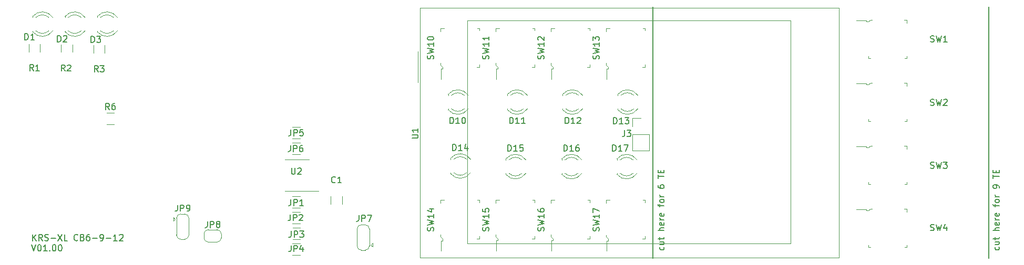
<source format=gbr>
G04 #@! TF.GenerationSoftware,KiCad,Pcbnew,(5.1.4)-1*
G04 #@! TF.CreationDate,2019-12-13T15:15:59+01:00*
G04 #@! TF.ProjectId,KRS-XL_CB6-9-12,4b52532d-584c-45f4-9342-362d392d3132,V01.00*
G04 #@! TF.SameCoordinates,Original*
G04 #@! TF.FileFunction,Legend,Top*
G04 #@! TF.FilePolarity,Positive*
%FSLAX46Y46*%
G04 Gerber Fmt 4.6, Leading zero omitted, Abs format (unit mm)*
G04 Created by KiCad (PCBNEW (5.1.4)-1) date 2019-12-13 15:16:00*
%MOMM*%
%LPD*%
G04 APERTURE LIST*
%ADD10C,0.150000*%
%ADD11C,0.100000*%
%ADD12C,0.120000*%
G04 APERTURE END LIST*
D10*
X153185761Y-88804000D02*
X153233380Y-88899238D01*
X153233380Y-89089714D01*
X153185761Y-89184952D01*
X153138142Y-89232571D01*
X153042904Y-89280190D01*
X152757190Y-89280190D01*
X152661952Y-89232571D01*
X152614333Y-89184952D01*
X152566714Y-89089714D01*
X152566714Y-88899238D01*
X152614333Y-88804000D01*
X152566714Y-87946857D02*
X153233380Y-87946857D01*
X152566714Y-88375428D02*
X153090523Y-88375428D01*
X153185761Y-88327809D01*
X153233380Y-88232571D01*
X153233380Y-88089714D01*
X153185761Y-87994476D01*
X153138142Y-87946857D01*
X152566714Y-87613523D02*
X152566714Y-87232571D01*
X152233380Y-87470666D02*
X153090523Y-87470666D01*
X153185761Y-87423047D01*
X153233380Y-87327809D01*
X153233380Y-87232571D01*
X153233380Y-86137333D02*
X152233380Y-86137333D01*
X153233380Y-85708761D02*
X152709571Y-85708761D01*
X152614333Y-85756380D01*
X152566714Y-85851619D01*
X152566714Y-85994476D01*
X152614333Y-86089714D01*
X152661952Y-86137333D01*
X153185761Y-84851619D02*
X153233380Y-84946857D01*
X153233380Y-85137333D01*
X153185761Y-85232571D01*
X153090523Y-85280190D01*
X152709571Y-85280190D01*
X152614333Y-85232571D01*
X152566714Y-85137333D01*
X152566714Y-84946857D01*
X152614333Y-84851619D01*
X152709571Y-84804000D01*
X152804809Y-84804000D01*
X152900047Y-85280190D01*
X153233380Y-84375428D02*
X152566714Y-84375428D01*
X152757190Y-84375428D02*
X152661952Y-84327809D01*
X152614333Y-84280190D01*
X152566714Y-84184952D01*
X152566714Y-84089714D01*
X153185761Y-83375428D02*
X153233380Y-83470666D01*
X153233380Y-83661142D01*
X153185761Y-83756380D01*
X153090523Y-83804000D01*
X152709571Y-83804000D01*
X152614333Y-83756380D01*
X152566714Y-83661142D01*
X152566714Y-83470666D01*
X152614333Y-83375428D01*
X152709571Y-83327809D01*
X152804809Y-83327809D01*
X152900047Y-83804000D01*
X152566714Y-82280190D02*
X152566714Y-81899238D01*
X153233380Y-82137333D02*
X152376238Y-82137333D01*
X152281000Y-82089714D01*
X152233380Y-81994476D01*
X152233380Y-81899238D01*
X153233380Y-81423047D02*
X153185761Y-81518285D01*
X153138142Y-81565904D01*
X153042904Y-81613523D01*
X152757190Y-81613523D01*
X152661952Y-81565904D01*
X152614333Y-81518285D01*
X152566714Y-81423047D01*
X152566714Y-81280190D01*
X152614333Y-81184952D01*
X152661952Y-81137333D01*
X152757190Y-81089714D01*
X153042904Y-81089714D01*
X153138142Y-81137333D01*
X153185761Y-81184952D01*
X153233380Y-81280190D01*
X153233380Y-81423047D01*
X153233380Y-80661142D02*
X152566714Y-80661142D01*
X152757190Y-80661142D02*
X152661952Y-80613523D01*
X152614333Y-80565904D01*
X152566714Y-80470666D01*
X152566714Y-80375428D01*
X152233380Y-78851619D02*
X152233380Y-79042095D01*
X152281000Y-79137333D01*
X152328619Y-79184952D01*
X152471476Y-79280190D01*
X152661952Y-79327809D01*
X153042904Y-79327809D01*
X153138142Y-79280190D01*
X153185761Y-79232571D01*
X153233380Y-79137333D01*
X153233380Y-78946857D01*
X153185761Y-78851619D01*
X153138142Y-78804000D01*
X153042904Y-78756380D01*
X152804809Y-78756380D01*
X152709571Y-78804000D01*
X152661952Y-78851619D01*
X152614333Y-78946857D01*
X152614333Y-79137333D01*
X152661952Y-79232571D01*
X152709571Y-79280190D01*
X152804809Y-79327809D01*
X152233380Y-77708761D02*
X152233380Y-77137333D01*
X153233380Y-77423047D02*
X152233380Y-77423047D01*
X152709571Y-76804000D02*
X152709571Y-76470666D01*
X153233380Y-76327809D02*
X153233380Y-76804000D01*
X152233380Y-76804000D01*
X152233380Y-76327809D01*
X207160761Y-88804000D02*
X207208380Y-88899238D01*
X207208380Y-89089714D01*
X207160761Y-89184952D01*
X207113142Y-89232571D01*
X207017904Y-89280190D01*
X206732190Y-89280190D01*
X206636952Y-89232571D01*
X206589333Y-89184952D01*
X206541714Y-89089714D01*
X206541714Y-88899238D01*
X206589333Y-88804000D01*
X206541714Y-87946857D02*
X207208380Y-87946857D01*
X206541714Y-88375428D02*
X207065523Y-88375428D01*
X207160761Y-88327809D01*
X207208380Y-88232571D01*
X207208380Y-88089714D01*
X207160761Y-87994476D01*
X207113142Y-87946857D01*
X206541714Y-87613523D02*
X206541714Y-87232571D01*
X206208380Y-87470666D02*
X207065523Y-87470666D01*
X207160761Y-87423047D01*
X207208380Y-87327809D01*
X207208380Y-87232571D01*
X207208380Y-86137333D02*
X206208380Y-86137333D01*
X207208380Y-85708761D02*
X206684571Y-85708761D01*
X206589333Y-85756380D01*
X206541714Y-85851619D01*
X206541714Y-85994476D01*
X206589333Y-86089714D01*
X206636952Y-86137333D01*
X207160761Y-84851619D02*
X207208380Y-84946857D01*
X207208380Y-85137333D01*
X207160761Y-85232571D01*
X207065523Y-85280190D01*
X206684571Y-85280190D01*
X206589333Y-85232571D01*
X206541714Y-85137333D01*
X206541714Y-84946857D01*
X206589333Y-84851619D01*
X206684571Y-84804000D01*
X206779809Y-84804000D01*
X206875047Y-85280190D01*
X207208380Y-84375428D02*
X206541714Y-84375428D01*
X206732190Y-84375428D02*
X206636952Y-84327809D01*
X206589333Y-84280190D01*
X206541714Y-84184952D01*
X206541714Y-84089714D01*
X207160761Y-83375428D02*
X207208380Y-83470666D01*
X207208380Y-83661142D01*
X207160761Y-83756380D01*
X207065523Y-83804000D01*
X206684571Y-83804000D01*
X206589333Y-83756380D01*
X206541714Y-83661142D01*
X206541714Y-83470666D01*
X206589333Y-83375428D01*
X206684571Y-83327809D01*
X206779809Y-83327809D01*
X206875047Y-83804000D01*
X206541714Y-82280190D02*
X206541714Y-81899238D01*
X207208380Y-82137333D02*
X206351238Y-82137333D01*
X206256000Y-82089714D01*
X206208380Y-81994476D01*
X206208380Y-81899238D01*
X207208380Y-81423047D02*
X207160761Y-81518285D01*
X207113142Y-81565904D01*
X207017904Y-81613523D01*
X206732190Y-81613523D01*
X206636952Y-81565904D01*
X206589333Y-81518285D01*
X206541714Y-81423047D01*
X206541714Y-81280190D01*
X206589333Y-81184952D01*
X206636952Y-81137333D01*
X206732190Y-81089714D01*
X207017904Y-81089714D01*
X207113142Y-81137333D01*
X207160761Y-81184952D01*
X207208380Y-81280190D01*
X207208380Y-81423047D01*
X207208380Y-80661142D02*
X206541714Y-80661142D01*
X206732190Y-80661142D02*
X206636952Y-80613523D01*
X206589333Y-80565904D01*
X206541714Y-80470666D01*
X206541714Y-80375428D01*
X207208380Y-79232571D02*
X207208380Y-79042095D01*
X207160761Y-78946857D01*
X207113142Y-78899238D01*
X206970285Y-78804000D01*
X206779809Y-78756380D01*
X206398857Y-78756380D01*
X206303619Y-78804000D01*
X206256000Y-78851619D01*
X206208380Y-78946857D01*
X206208380Y-79137333D01*
X206256000Y-79232571D01*
X206303619Y-79280190D01*
X206398857Y-79327809D01*
X206636952Y-79327809D01*
X206732190Y-79280190D01*
X206779809Y-79232571D01*
X206827428Y-79137333D01*
X206827428Y-78946857D01*
X206779809Y-78851619D01*
X206732190Y-78804000D01*
X206636952Y-78756380D01*
X206208380Y-77708761D02*
X206208380Y-77137333D01*
X207208380Y-77423047D02*
X206208380Y-77423047D01*
X206684571Y-76804000D02*
X206684571Y-76470666D01*
X207208380Y-76327809D02*
X207208380Y-76804000D01*
X206208380Y-76804000D01*
X206208380Y-76327809D01*
X205500000Y-50000000D02*
X205500000Y-90600000D01*
X51516595Y-87765380D02*
X51516595Y-86765380D01*
X52088023Y-87765380D02*
X51659452Y-87193952D01*
X52088023Y-86765380D02*
X51516595Y-87336809D01*
X53088023Y-87765380D02*
X52754690Y-87289190D01*
X52516595Y-87765380D02*
X52516595Y-86765380D01*
X52897547Y-86765380D01*
X52992785Y-86813000D01*
X53040404Y-86860619D01*
X53088023Y-86955857D01*
X53088023Y-87098714D01*
X53040404Y-87193952D01*
X52992785Y-87241571D01*
X52897547Y-87289190D01*
X52516595Y-87289190D01*
X53468976Y-87717761D02*
X53611833Y-87765380D01*
X53849928Y-87765380D01*
X53945166Y-87717761D01*
X53992785Y-87670142D01*
X54040404Y-87574904D01*
X54040404Y-87479666D01*
X53992785Y-87384428D01*
X53945166Y-87336809D01*
X53849928Y-87289190D01*
X53659452Y-87241571D01*
X53564214Y-87193952D01*
X53516595Y-87146333D01*
X53468976Y-87051095D01*
X53468976Y-86955857D01*
X53516595Y-86860619D01*
X53564214Y-86813000D01*
X53659452Y-86765380D01*
X53897547Y-86765380D01*
X54040404Y-86813000D01*
X54468976Y-87384428D02*
X55230880Y-87384428D01*
X55611833Y-86765380D02*
X56278500Y-87765380D01*
X56278500Y-86765380D02*
X55611833Y-87765380D01*
X57135642Y-87765380D02*
X56659452Y-87765380D01*
X56659452Y-86765380D01*
X58802309Y-87670142D02*
X58754690Y-87717761D01*
X58611833Y-87765380D01*
X58516595Y-87765380D01*
X58373738Y-87717761D01*
X58278500Y-87622523D01*
X58230880Y-87527285D01*
X58183261Y-87336809D01*
X58183261Y-87193952D01*
X58230880Y-87003476D01*
X58278500Y-86908238D01*
X58373738Y-86813000D01*
X58516595Y-86765380D01*
X58611833Y-86765380D01*
X58754690Y-86813000D01*
X58802309Y-86860619D01*
X59564214Y-87241571D02*
X59707071Y-87289190D01*
X59754690Y-87336809D01*
X59802309Y-87432047D01*
X59802309Y-87574904D01*
X59754690Y-87670142D01*
X59707071Y-87717761D01*
X59611833Y-87765380D01*
X59230880Y-87765380D01*
X59230880Y-86765380D01*
X59564214Y-86765380D01*
X59659452Y-86813000D01*
X59707071Y-86860619D01*
X59754690Y-86955857D01*
X59754690Y-87051095D01*
X59707071Y-87146333D01*
X59659452Y-87193952D01*
X59564214Y-87241571D01*
X59230880Y-87241571D01*
X60659452Y-86765380D02*
X60468976Y-86765380D01*
X60373738Y-86813000D01*
X60326119Y-86860619D01*
X60230880Y-87003476D01*
X60183261Y-87193952D01*
X60183261Y-87574904D01*
X60230880Y-87670142D01*
X60278500Y-87717761D01*
X60373738Y-87765380D01*
X60564214Y-87765380D01*
X60659452Y-87717761D01*
X60707071Y-87670142D01*
X60754690Y-87574904D01*
X60754690Y-87336809D01*
X60707071Y-87241571D01*
X60659452Y-87193952D01*
X60564214Y-87146333D01*
X60373738Y-87146333D01*
X60278500Y-87193952D01*
X60230880Y-87241571D01*
X60183261Y-87336809D01*
X61183261Y-87384428D02*
X61945166Y-87384428D01*
X62468976Y-87765380D02*
X62659452Y-87765380D01*
X62754690Y-87717761D01*
X62802309Y-87670142D01*
X62897547Y-87527285D01*
X62945166Y-87336809D01*
X62945166Y-86955857D01*
X62897547Y-86860619D01*
X62849928Y-86813000D01*
X62754690Y-86765380D01*
X62564214Y-86765380D01*
X62468976Y-86813000D01*
X62421357Y-86860619D01*
X62373738Y-86955857D01*
X62373738Y-87193952D01*
X62421357Y-87289190D01*
X62468976Y-87336809D01*
X62564214Y-87384428D01*
X62754690Y-87384428D01*
X62849928Y-87336809D01*
X62897547Y-87289190D01*
X62945166Y-87193952D01*
X63373738Y-87384428D02*
X64135642Y-87384428D01*
X65135642Y-87765380D02*
X64564214Y-87765380D01*
X64849928Y-87765380D02*
X64849928Y-86765380D01*
X64754690Y-86908238D01*
X64659452Y-87003476D01*
X64564214Y-87051095D01*
X65516595Y-86860619D02*
X65564214Y-86813000D01*
X65659452Y-86765380D01*
X65897547Y-86765380D01*
X65992785Y-86813000D01*
X66040404Y-86860619D01*
X66088023Y-86955857D01*
X66088023Y-87051095D01*
X66040404Y-87193952D01*
X65468976Y-87765380D01*
X66088023Y-87765380D01*
X51373738Y-88415380D02*
X51707071Y-89415380D01*
X52040404Y-88415380D01*
X52564214Y-88415380D02*
X52659452Y-88415380D01*
X52754690Y-88463000D01*
X52802309Y-88510619D01*
X52849928Y-88605857D01*
X52897547Y-88796333D01*
X52897547Y-89034428D01*
X52849928Y-89224904D01*
X52802309Y-89320142D01*
X52754690Y-89367761D01*
X52659452Y-89415380D01*
X52564214Y-89415380D01*
X52468976Y-89367761D01*
X52421357Y-89320142D01*
X52373738Y-89224904D01*
X52326119Y-89034428D01*
X52326119Y-88796333D01*
X52373738Y-88605857D01*
X52421357Y-88510619D01*
X52468976Y-88463000D01*
X52564214Y-88415380D01*
X53849928Y-89415380D02*
X53278500Y-89415380D01*
X53564214Y-89415380D02*
X53564214Y-88415380D01*
X53468976Y-88558238D01*
X53373738Y-88653476D01*
X53278500Y-88701095D01*
X54278500Y-89320142D02*
X54326119Y-89367761D01*
X54278500Y-89415380D01*
X54230880Y-89367761D01*
X54278500Y-89320142D01*
X54278500Y-89415380D01*
X54945166Y-88415380D02*
X55040404Y-88415380D01*
X55135642Y-88463000D01*
X55183261Y-88510619D01*
X55230880Y-88605857D01*
X55278500Y-88796333D01*
X55278500Y-89034428D01*
X55230880Y-89224904D01*
X55183261Y-89320142D01*
X55135642Y-89367761D01*
X55040404Y-89415380D01*
X54945166Y-89415380D01*
X54849928Y-89367761D01*
X54802309Y-89320142D01*
X54754690Y-89224904D01*
X54707071Y-89034428D01*
X54707071Y-88796333D01*
X54754690Y-88605857D01*
X54802309Y-88510619D01*
X54849928Y-88463000D01*
X54945166Y-88415380D01*
X55897547Y-88415380D02*
X55992785Y-88415380D01*
X56088023Y-88463000D01*
X56135642Y-88510619D01*
X56183261Y-88605857D01*
X56230880Y-88796333D01*
X56230880Y-89034428D01*
X56183261Y-89224904D01*
X56135642Y-89320142D01*
X56088023Y-89367761D01*
X55992785Y-89415380D01*
X55897547Y-89415380D01*
X55802309Y-89367761D01*
X55754690Y-89320142D01*
X55707071Y-89224904D01*
X55659452Y-89034428D01*
X55659452Y-88796333D01*
X55707071Y-88605857D01*
X55754690Y-88510619D01*
X55802309Y-88463000D01*
X55897547Y-88415380D01*
X151400000Y-50000000D02*
X151400000Y-90600000D01*
D11*
X192355000Y-78690000D02*
X191980000Y-78690000D01*
X192355000Y-78315000D02*
X192355000Y-78690000D01*
X186105000Y-78690000D02*
X186105000Y-78290000D01*
X186505000Y-78690000D02*
X186105000Y-78690000D01*
X192355000Y-72440000D02*
X191855000Y-72440000D01*
X192355000Y-72990000D02*
X192355000Y-72440000D01*
X185805000Y-72540000D02*
X184155000Y-72540000D01*
X185805000Y-72765000D02*
X185805000Y-72540000D01*
X186105000Y-72765000D02*
X185805000Y-72765000D01*
X186455000Y-72440000D02*
X186105000Y-72765000D01*
X186455000Y-72440000D02*
X186755000Y-72440000D01*
D12*
X79818000Y-85995000D02*
X81218000Y-85995000D01*
X81918000Y-86695000D02*
X81918000Y-87295000D01*
X81218000Y-87995000D02*
X79818000Y-87995000D01*
X79118000Y-87295000D02*
X79118000Y-86695000D01*
X79118000Y-86695000D02*
G75*
G02X79818000Y-85995000I700000J0D01*
G01*
X79818000Y-87995000D02*
G75*
G02X79118000Y-87295000I0J700000D01*
G01*
X81918000Y-87295000D02*
G75*
G02X81218000Y-87995000I-700000J0D01*
G01*
X81218000Y-85995000D02*
G75*
G02X81918000Y-86695000I0J-700000D01*
G01*
X75992000Y-83451000D02*
G75*
G02X76692000Y-84151000I0J-700000D01*
G01*
X74692000Y-84151000D02*
G75*
G02X75392000Y-83451000I700000J0D01*
G01*
X75392000Y-87551000D02*
G75*
G02X74692000Y-86851000I0J700000D01*
G01*
X76692000Y-86851000D02*
G75*
G02X75992000Y-87551000I-700000J0D01*
G01*
X76692000Y-84101000D02*
X76692000Y-86901000D01*
X75992000Y-87551000D02*
X75392000Y-87551000D01*
X74692000Y-86901000D02*
X74692000Y-84101000D01*
X75392000Y-83451000D02*
X75992000Y-83451000D01*
X74492000Y-84301000D02*
X74192000Y-84001000D01*
X74192000Y-84001000D02*
X74192000Y-84601000D01*
X74492000Y-84301000D02*
X74192000Y-84601000D01*
X104475000Y-89299000D02*
G75*
G02X103775000Y-88599000I0J700000D01*
G01*
X105775000Y-88599000D02*
G75*
G02X105075000Y-89299000I-700000J0D01*
G01*
X105075000Y-85199000D02*
G75*
G02X105775000Y-85899000I0J-700000D01*
G01*
X103775000Y-85899000D02*
G75*
G02X104475000Y-85199000I700000J0D01*
G01*
X103775000Y-88649000D02*
X103775000Y-85849000D01*
X104475000Y-85199000D02*
X105075000Y-85199000D01*
X105775000Y-85849000D02*
X105775000Y-88649000D01*
X105075000Y-89299000D02*
X104475000Y-89299000D01*
X105975000Y-88449000D02*
X106275000Y-88749000D01*
X106275000Y-88749000D02*
X106275000Y-88149000D01*
X105975000Y-88449000D02*
X106275000Y-88149000D01*
X113950000Y-90528000D02*
X113950000Y-50188000D01*
X181390000Y-90528000D02*
X113950000Y-90528000D01*
X181390000Y-50188000D02*
X181390000Y-90528000D01*
X113950000Y-50188000D02*
X181390000Y-50188000D01*
X113570000Y-57198000D02*
X113570000Y-62198000D01*
X121570000Y-88198000D02*
X121570000Y-52198000D01*
X173570000Y-88198000D02*
X121570000Y-88198000D01*
X173570000Y-52198000D02*
X173570000Y-88198000D01*
X121570000Y-52198000D02*
X173570000Y-52198000D01*
D11*
X150155000Y-81228400D02*
X150155000Y-81603400D01*
X149780000Y-81228400D02*
X150155000Y-81228400D01*
X150155000Y-87478400D02*
X149755000Y-87478400D01*
X150155000Y-87078400D02*
X150155000Y-87478400D01*
X143905000Y-81228400D02*
X143905000Y-81728400D01*
X144455000Y-81228400D02*
X143905000Y-81228400D01*
X144005000Y-87778400D02*
X144005000Y-89428400D01*
X144230000Y-87778400D02*
X144005000Y-87778400D01*
X144230000Y-87478400D02*
X144230000Y-87778400D01*
X143905000Y-87128400D02*
X144230000Y-87478400D01*
X143905000Y-87128400D02*
X143905000Y-86828400D01*
X123485000Y-81225000D02*
X123485000Y-81600000D01*
X123110000Y-81225000D02*
X123485000Y-81225000D01*
X123485000Y-87475000D02*
X123085000Y-87475000D01*
X123485000Y-87075000D02*
X123485000Y-87475000D01*
X117235000Y-81225000D02*
X117235000Y-81725000D01*
X117785000Y-81225000D02*
X117235000Y-81225000D01*
X117335000Y-87775000D02*
X117335000Y-89425000D01*
X117560000Y-87775000D02*
X117335000Y-87775000D01*
X117560000Y-87475000D02*
X117560000Y-87775000D01*
X117235000Y-87125000D02*
X117560000Y-87475000D01*
X117235000Y-87125000D02*
X117235000Y-86825000D01*
X150155000Y-53495000D02*
X150155000Y-53870000D01*
X149780000Y-53495000D02*
X150155000Y-53495000D01*
X150155000Y-59745000D02*
X149755000Y-59745000D01*
X150155000Y-59345000D02*
X150155000Y-59745000D01*
X143905000Y-53495000D02*
X143905000Y-53995000D01*
X144455000Y-53495000D02*
X143905000Y-53495000D01*
X144005000Y-60045000D02*
X144005000Y-61695000D01*
X144230000Y-60045000D02*
X144005000Y-60045000D01*
X144230000Y-59745000D02*
X144230000Y-60045000D01*
X143905000Y-59395000D02*
X144230000Y-59745000D01*
X143905000Y-59395000D02*
X143905000Y-59095000D01*
X141265000Y-53495000D02*
X141265000Y-53870000D01*
X140890000Y-53495000D02*
X141265000Y-53495000D01*
X141265000Y-59745000D02*
X140865000Y-59745000D01*
X141265000Y-59345000D02*
X141265000Y-59745000D01*
X135015000Y-53495000D02*
X135015000Y-53995000D01*
X135565000Y-53495000D02*
X135015000Y-53495000D01*
X135115000Y-60045000D02*
X135115000Y-61695000D01*
X135340000Y-60045000D02*
X135115000Y-60045000D01*
X135340000Y-59745000D02*
X135340000Y-60045000D01*
X135015000Y-59395000D02*
X135340000Y-59745000D01*
X135015000Y-59395000D02*
X135015000Y-59095000D01*
X132375000Y-53495000D02*
X132375000Y-53870000D01*
X132000000Y-53495000D02*
X132375000Y-53495000D01*
X132375000Y-59745000D02*
X131975000Y-59745000D01*
X132375000Y-59345000D02*
X132375000Y-59745000D01*
X126125000Y-53495000D02*
X126125000Y-53995000D01*
X126675000Y-53495000D02*
X126125000Y-53495000D01*
X126225000Y-60045000D02*
X126225000Y-61695000D01*
X126450000Y-60045000D02*
X126225000Y-60045000D01*
X126450000Y-59745000D02*
X126450000Y-60045000D01*
X126125000Y-59395000D02*
X126450000Y-59745000D01*
X126125000Y-59395000D02*
X126125000Y-59095000D01*
X123485000Y-53495000D02*
X123485000Y-53870000D01*
X123110000Y-53495000D02*
X123485000Y-53495000D01*
X123485000Y-59745000D02*
X123085000Y-59745000D01*
X123485000Y-59345000D02*
X123485000Y-59745000D01*
X117235000Y-53495000D02*
X117235000Y-53995000D01*
X117785000Y-53495000D02*
X117235000Y-53495000D01*
X117335000Y-60045000D02*
X117335000Y-61695000D01*
X117560000Y-60045000D02*
X117335000Y-60045000D01*
X117560000Y-59745000D02*
X117560000Y-60045000D01*
X117235000Y-59395000D02*
X117560000Y-59745000D01*
X117235000Y-59395000D02*
X117235000Y-59095000D01*
D12*
X139344130Y-76898837D02*
G75*
G02X137262039Y-76899000I-1041130J1079837D01*
G01*
X139344130Y-74739163D02*
G75*
G03X137262039Y-74739000I-1041130J-1079837D01*
G01*
X139975335Y-76897608D02*
G75*
G02X136743000Y-77054516I-1672335J1078608D01*
G01*
X139975335Y-74740392D02*
G75*
G03X136743000Y-74583484I-1672335J-1078608D01*
G01*
X136743000Y-76899000D02*
X136743000Y-77055000D01*
X136743000Y-74583000D02*
X136743000Y-74739000D01*
X121437130Y-76797237D02*
G75*
G02X119355039Y-76797400I-1041130J1079837D01*
G01*
X121437130Y-74637563D02*
G75*
G03X119355039Y-74637400I-1041130J-1079837D01*
G01*
X122068335Y-76796008D02*
G75*
G02X118836000Y-76952916I-1672335J1078608D01*
G01*
X122068335Y-74638792D02*
G75*
G03X118836000Y-74481884I-1672335J-1078608D01*
G01*
X118836000Y-76797400D02*
X118836000Y-76953400D01*
X118836000Y-74481400D02*
X118836000Y-74637400D01*
X148361130Y-66484837D02*
G75*
G02X146279039Y-66485000I-1041130J1079837D01*
G01*
X148361130Y-64325163D02*
G75*
G03X146279039Y-64325000I-1041130J-1079837D01*
G01*
X148992335Y-66483608D02*
G75*
G02X145760000Y-66640516I-1672335J1078608D01*
G01*
X148992335Y-64326392D02*
G75*
G03X145760000Y-64169484I-1672335J-1078608D01*
G01*
X145760000Y-66485000D02*
X145760000Y-66641000D01*
X145760000Y-64169000D02*
X145760000Y-64325000D01*
X139471130Y-66484837D02*
G75*
G02X137389039Y-66485000I-1041130J1079837D01*
G01*
X139471130Y-64325163D02*
G75*
G03X137389039Y-64325000I-1041130J-1079837D01*
G01*
X140102335Y-66483608D02*
G75*
G02X136870000Y-66640516I-1672335J1078608D01*
G01*
X140102335Y-64326392D02*
G75*
G03X136870000Y-64169484I-1672335J-1078608D01*
G01*
X136870000Y-66485000D02*
X136870000Y-66641000D01*
X136870000Y-64169000D02*
X136870000Y-64325000D01*
X130581130Y-66484837D02*
G75*
G02X128499039Y-66485000I-1041130J1079837D01*
G01*
X130581130Y-64325163D02*
G75*
G03X128499039Y-64325000I-1041130J-1079837D01*
G01*
X131212335Y-66483608D02*
G75*
G02X127980000Y-66640516I-1672335J1078608D01*
G01*
X131212335Y-64326392D02*
G75*
G03X127980000Y-64169484I-1672335J-1078608D01*
G01*
X127980000Y-66485000D02*
X127980000Y-66641000D01*
X127980000Y-64169000D02*
X127980000Y-64325000D01*
X121056130Y-66484837D02*
G75*
G02X118974039Y-66485000I-1041130J1079837D01*
G01*
X121056130Y-64325163D02*
G75*
G03X118974039Y-64325000I-1041130J-1079837D01*
G01*
X121687335Y-66483608D02*
G75*
G02X118455000Y-66640516I-1672335J1078608D01*
G01*
X121687335Y-64326392D02*
G75*
G03X118455000Y-64169484I-1672335J-1078608D01*
G01*
X118455000Y-66485000D02*
X118455000Y-66641000D01*
X118455000Y-64169000D02*
X118455000Y-64325000D01*
X101367000Y-81845564D02*
X101367000Y-80641436D01*
X99547000Y-81845564D02*
X99547000Y-80641436D01*
D11*
X141265000Y-81206400D02*
X141265000Y-81581400D01*
X140890000Y-81206400D02*
X141265000Y-81206400D01*
X141265000Y-87456400D02*
X140865000Y-87456400D01*
X141265000Y-87056400D02*
X141265000Y-87456400D01*
X135015000Y-81206400D02*
X135015000Y-81706400D01*
X135565000Y-81206400D02*
X135015000Y-81206400D01*
X135115000Y-87756400D02*
X135115000Y-89406400D01*
X135340000Y-87756400D02*
X135115000Y-87756400D01*
X135340000Y-87456400D02*
X135340000Y-87756400D01*
X135015000Y-87106400D02*
X135340000Y-87456400D01*
X135015000Y-87106400D02*
X135015000Y-86806400D01*
X132375000Y-81206400D02*
X132375000Y-81581400D01*
X132000000Y-81206400D02*
X132375000Y-81206400D01*
X132375000Y-87456400D02*
X131975000Y-87456400D01*
X132375000Y-87056400D02*
X132375000Y-87456400D01*
X126125000Y-81206400D02*
X126125000Y-81706400D01*
X126675000Y-81206400D02*
X126125000Y-81206400D01*
X126225000Y-87756400D02*
X126225000Y-89406400D01*
X126450000Y-87756400D02*
X126225000Y-87756400D01*
X126450000Y-87456400D02*
X126450000Y-87756400D01*
X126125000Y-87106400D02*
X126450000Y-87456400D01*
X126125000Y-87106400D02*
X126125000Y-86806400D01*
D12*
X148234130Y-76898837D02*
G75*
G02X146152039Y-76899000I-1041130J1079837D01*
G01*
X148234130Y-74739163D02*
G75*
G03X146152039Y-74739000I-1041130J-1079837D01*
G01*
X148865335Y-76897608D02*
G75*
G02X145633000Y-77054516I-1672335J1078608D01*
G01*
X148865335Y-74740392D02*
G75*
G03X145633000Y-74583484I-1672335J-1078608D01*
G01*
X145633000Y-76899000D02*
X145633000Y-77055000D01*
X145633000Y-74583000D02*
X145633000Y-74739000D01*
X130327130Y-76898837D02*
G75*
G02X128245039Y-76899000I-1041130J1079837D01*
G01*
X130327130Y-74739163D02*
G75*
G03X128245039Y-74739000I-1041130J-1079837D01*
G01*
X130958335Y-76897608D02*
G75*
G02X127726000Y-77054516I-1672335J1078608D01*
G01*
X130958335Y-74740392D02*
G75*
G03X127726000Y-74583484I-1672335J-1078608D01*
G01*
X127726000Y-76899000D02*
X127726000Y-77055000D01*
X127726000Y-74583000D02*
X127726000Y-74739000D01*
X54127130Y-53911837D02*
G75*
G02X52045039Y-53912000I-1041130J1079837D01*
G01*
X54127130Y-51752163D02*
G75*
G03X52045039Y-51752000I-1041130J-1079837D01*
G01*
X54758335Y-53910608D02*
G75*
G02X51526000Y-54067516I-1672335J1078608D01*
G01*
X54758335Y-51753392D02*
G75*
G03X51526000Y-51596484I-1672335J-1078608D01*
G01*
X51526000Y-53912000D02*
X51526000Y-54068000D01*
X51526000Y-51596000D02*
X51526000Y-51752000D01*
X59334130Y-53911837D02*
G75*
G02X57252039Y-53912000I-1041130J1079837D01*
G01*
X59334130Y-51752163D02*
G75*
G03X57252039Y-51752000I-1041130J-1079837D01*
G01*
X59965335Y-53910608D02*
G75*
G02X56733000Y-54067516I-1672335J1078608D01*
G01*
X59965335Y-51753392D02*
G75*
G03X56733000Y-51596484I-1672335J-1078608D01*
G01*
X56733000Y-53912000D02*
X56733000Y-54068000D01*
X56733000Y-51596000D02*
X56733000Y-51752000D01*
X64541130Y-53911837D02*
G75*
G02X62459039Y-53912000I-1041130J1079837D01*
G01*
X64541130Y-51752163D02*
G75*
G03X62459039Y-51752000I-1041130J-1079837D01*
G01*
X65172335Y-53910608D02*
G75*
G02X61940000Y-54067516I-1672335J1078608D01*
G01*
X65172335Y-51753392D02*
G75*
G03X61940000Y-51596484I-1672335J-1078608D01*
G01*
X61940000Y-53912000D02*
X61940000Y-54068000D01*
X61940000Y-51596000D02*
X61940000Y-51752000D01*
D11*
X192355000Y-88850000D02*
X191980000Y-88850000D01*
X192355000Y-88475000D02*
X192355000Y-88850000D01*
X186105000Y-88850000D02*
X186105000Y-88450000D01*
X186505000Y-88850000D02*
X186105000Y-88850000D01*
X192355000Y-82600000D02*
X191855000Y-82600000D01*
X192355000Y-83150000D02*
X192355000Y-82600000D01*
X185805000Y-82700000D02*
X184155000Y-82700000D01*
X185805000Y-82925000D02*
X185805000Y-82700000D01*
X186105000Y-82925000D02*
X185805000Y-82925000D01*
X186455000Y-82600000D02*
X186105000Y-82925000D01*
X186455000Y-82600000D02*
X186755000Y-82600000D01*
X192355000Y-68530000D02*
X191980000Y-68530000D01*
X192355000Y-68155000D02*
X192355000Y-68530000D01*
X186105000Y-68530000D02*
X186105000Y-68130000D01*
X186505000Y-68530000D02*
X186105000Y-68530000D01*
X192355000Y-62280000D02*
X191855000Y-62280000D01*
X192355000Y-62830000D02*
X192355000Y-62280000D01*
X185805000Y-62380000D02*
X184155000Y-62380000D01*
X185805000Y-62605000D02*
X185805000Y-62380000D01*
X186105000Y-62605000D02*
X185805000Y-62605000D01*
X186455000Y-62280000D02*
X186105000Y-62605000D01*
X186455000Y-62280000D02*
X186755000Y-62280000D01*
X192355000Y-58370000D02*
X191980000Y-58370000D01*
X192355000Y-57995000D02*
X192355000Y-58370000D01*
X186105000Y-58370000D02*
X186105000Y-57970000D01*
X186505000Y-58370000D02*
X186105000Y-58370000D01*
X192355000Y-52120000D02*
X191855000Y-52120000D01*
X192355000Y-52670000D02*
X192355000Y-52120000D01*
X185805000Y-52220000D02*
X184155000Y-52220000D01*
X185805000Y-52445000D02*
X185805000Y-52220000D01*
X186105000Y-52445000D02*
X185805000Y-52445000D01*
X186455000Y-52120000D02*
X186105000Y-52445000D01*
X186455000Y-52120000D02*
X186755000Y-52120000D01*
D12*
X50906000Y-56076436D02*
X50906000Y-57280564D01*
X52726000Y-56076436D02*
X52726000Y-57280564D01*
X56113000Y-56130436D02*
X56113000Y-57334564D01*
X57933000Y-56130436D02*
X57933000Y-57334564D01*
X61320000Y-56257436D02*
X61320000Y-57461564D01*
X63140000Y-56257436D02*
X63140000Y-57461564D01*
X94100900Y-79776000D02*
X97550900Y-79776000D01*
X94100900Y-79776000D02*
X92150900Y-79776000D01*
X94100900Y-74656000D02*
X96050900Y-74656000D01*
X94100900Y-74656000D02*
X92150900Y-74656000D01*
X148149000Y-73212000D02*
X150809000Y-73212000D01*
X148149000Y-70612000D02*
X148149000Y-73212000D01*
X150809000Y-70612000D02*
X150809000Y-73212000D01*
X148149000Y-70612000D02*
X150809000Y-70612000D01*
X148149000Y-69342000D02*
X148149000Y-68012000D01*
X148149000Y-68012000D02*
X149479000Y-68012000D01*
X94582064Y-82444000D02*
X93377936Y-82444000D01*
X94582064Y-80624000D02*
X93377936Y-80624000D01*
X94582064Y-83164000D02*
X93377936Y-83164000D01*
X94582064Y-84984000D02*
X93377936Y-84984000D01*
X94610464Y-87524000D02*
X93406336Y-87524000D01*
X94610464Y-85704000D02*
X93406336Y-85704000D01*
X94590164Y-88244000D02*
X93386036Y-88244000D01*
X94590164Y-90064000D02*
X93386036Y-90064000D01*
X94582064Y-71268000D02*
X93377936Y-71268000D01*
X94582064Y-69448000D02*
X93377936Y-69448000D01*
X94582064Y-71988000D02*
X93377936Y-71988000D01*
X94582064Y-73808000D02*
X93377936Y-73808000D01*
X64646564Y-68982000D02*
X63442436Y-68982000D01*
X64646564Y-67162000D02*
X63442436Y-67162000D01*
D10*
X196151666Y-76046761D02*
X196294523Y-76094380D01*
X196532619Y-76094380D01*
X196627857Y-76046761D01*
X196675476Y-75999142D01*
X196723095Y-75903904D01*
X196723095Y-75808666D01*
X196675476Y-75713428D01*
X196627857Y-75665809D01*
X196532619Y-75618190D01*
X196342142Y-75570571D01*
X196246904Y-75522952D01*
X196199285Y-75475333D01*
X196151666Y-75380095D01*
X196151666Y-75284857D01*
X196199285Y-75189619D01*
X196246904Y-75142000D01*
X196342142Y-75094380D01*
X196580238Y-75094380D01*
X196723095Y-75142000D01*
X197056428Y-75094380D02*
X197294523Y-76094380D01*
X197485000Y-75380095D01*
X197675476Y-76094380D01*
X197913571Y-75094380D01*
X198199285Y-75094380D02*
X198818333Y-75094380D01*
X198485000Y-75475333D01*
X198627857Y-75475333D01*
X198723095Y-75522952D01*
X198770714Y-75570571D01*
X198818333Y-75665809D01*
X198818333Y-75903904D01*
X198770714Y-75999142D01*
X198723095Y-76046761D01*
X198627857Y-76094380D01*
X198342142Y-76094380D01*
X198246904Y-76046761D01*
X198199285Y-75999142D01*
X79684666Y-84647380D02*
X79684666Y-85361666D01*
X79637047Y-85504523D01*
X79541809Y-85599761D01*
X79398952Y-85647380D01*
X79303714Y-85647380D01*
X80160857Y-85647380D02*
X80160857Y-84647380D01*
X80541809Y-84647380D01*
X80637047Y-84695000D01*
X80684666Y-84742619D01*
X80732285Y-84837857D01*
X80732285Y-84980714D01*
X80684666Y-85075952D01*
X80637047Y-85123571D01*
X80541809Y-85171190D01*
X80160857Y-85171190D01*
X81303714Y-85075952D02*
X81208476Y-85028333D01*
X81160857Y-84980714D01*
X81113238Y-84885476D01*
X81113238Y-84837857D01*
X81160857Y-84742619D01*
X81208476Y-84695000D01*
X81303714Y-84647380D01*
X81494190Y-84647380D01*
X81589428Y-84695000D01*
X81637047Y-84742619D01*
X81684666Y-84837857D01*
X81684666Y-84885476D01*
X81637047Y-84980714D01*
X81589428Y-85028333D01*
X81494190Y-85075952D01*
X81303714Y-85075952D01*
X81208476Y-85123571D01*
X81160857Y-85171190D01*
X81113238Y-85266428D01*
X81113238Y-85456904D01*
X81160857Y-85552142D01*
X81208476Y-85599761D01*
X81303714Y-85647380D01*
X81494190Y-85647380D01*
X81589428Y-85599761D01*
X81637047Y-85552142D01*
X81684666Y-85456904D01*
X81684666Y-85266428D01*
X81637047Y-85171190D01*
X81589428Y-85123571D01*
X81494190Y-85075952D01*
X74858666Y-82002380D02*
X74858666Y-82716666D01*
X74811047Y-82859523D01*
X74715809Y-82954761D01*
X74572952Y-83002380D01*
X74477714Y-83002380D01*
X75334857Y-83002380D02*
X75334857Y-82002380D01*
X75715809Y-82002380D01*
X75811047Y-82050000D01*
X75858666Y-82097619D01*
X75906285Y-82192857D01*
X75906285Y-82335714D01*
X75858666Y-82430952D01*
X75811047Y-82478571D01*
X75715809Y-82526190D01*
X75334857Y-82526190D01*
X76382476Y-83002380D02*
X76572952Y-83002380D01*
X76668190Y-82954761D01*
X76715809Y-82907142D01*
X76811047Y-82764285D01*
X76858666Y-82573809D01*
X76858666Y-82192857D01*
X76811047Y-82097619D01*
X76763428Y-82050000D01*
X76668190Y-82002380D01*
X76477714Y-82002380D01*
X76382476Y-82050000D01*
X76334857Y-82097619D01*
X76287238Y-82192857D01*
X76287238Y-82430952D01*
X76334857Y-82526190D01*
X76382476Y-82573809D01*
X76477714Y-82621428D01*
X76668190Y-82621428D01*
X76763428Y-82573809D01*
X76811047Y-82526190D01*
X76858666Y-82430952D01*
X104068666Y-83653380D02*
X104068666Y-84367666D01*
X104021047Y-84510523D01*
X103925809Y-84605761D01*
X103782952Y-84653380D01*
X103687714Y-84653380D01*
X104544857Y-84653380D02*
X104544857Y-83653380D01*
X104925809Y-83653380D01*
X105021047Y-83701000D01*
X105068666Y-83748619D01*
X105116285Y-83843857D01*
X105116285Y-83986714D01*
X105068666Y-84081952D01*
X105021047Y-84129571D01*
X104925809Y-84177190D01*
X104544857Y-84177190D01*
X105449619Y-83653380D02*
X106116285Y-83653380D01*
X105687714Y-84653380D01*
X112609380Y-71246904D02*
X113418904Y-71246904D01*
X113514142Y-71199285D01*
X113561761Y-71151666D01*
X113609380Y-71056428D01*
X113609380Y-70865952D01*
X113561761Y-70770714D01*
X113514142Y-70723095D01*
X113418904Y-70675476D01*
X112609380Y-70675476D01*
X113609380Y-69675476D02*
X113609380Y-70246904D01*
X113609380Y-69961190D02*
X112609380Y-69961190D01*
X112752238Y-70056428D01*
X112847476Y-70151666D01*
X112895095Y-70246904D01*
X142744761Y-86192923D02*
X142792380Y-86050066D01*
X142792380Y-85811971D01*
X142744761Y-85716733D01*
X142697142Y-85669114D01*
X142601904Y-85621495D01*
X142506666Y-85621495D01*
X142411428Y-85669114D01*
X142363809Y-85716733D01*
X142316190Y-85811971D01*
X142268571Y-86002447D01*
X142220952Y-86097685D01*
X142173333Y-86145304D01*
X142078095Y-86192923D01*
X141982857Y-86192923D01*
X141887619Y-86145304D01*
X141840000Y-86097685D01*
X141792380Y-86002447D01*
X141792380Y-85764352D01*
X141840000Y-85621495D01*
X141792380Y-85288161D02*
X142792380Y-85050066D01*
X142078095Y-84859590D01*
X142792380Y-84669114D01*
X141792380Y-84431019D01*
X142792380Y-83526257D02*
X142792380Y-84097685D01*
X142792380Y-83811971D02*
X141792380Y-83811971D01*
X141935238Y-83907209D01*
X142030476Y-84002447D01*
X142078095Y-84097685D01*
X141792380Y-83192923D02*
X141792380Y-82526257D01*
X142792380Y-82954828D01*
X116074761Y-86189523D02*
X116122380Y-86046666D01*
X116122380Y-85808571D01*
X116074761Y-85713333D01*
X116027142Y-85665714D01*
X115931904Y-85618095D01*
X115836666Y-85618095D01*
X115741428Y-85665714D01*
X115693809Y-85713333D01*
X115646190Y-85808571D01*
X115598571Y-85999047D01*
X115550952Y-86094285D01*
X115503333Y-86141904D01*
X115408095Y-86189523D01*
X115312857Y-86189523D01*
X115217619Y-86141904D01*
X115170000Y-86094285D01*
X115122380Y-85999047D01*
X115122380Y-85760952D01*
X115170000Y-85618095D01*
X115122380Y-85284761D02*
X116122380Y-85046666D01*
X115408095Y-84856190D01*
X116122380Y-84665714D01*
X115122380Y-84427619D01*
X116122380Y-83522857D02*
X116122380Y-84094285D01*
X116122380Y-83808571D02*
X115122380Y-83808571D01*
X115265238Y-83903809D01*
X115360476Y-83999047D01*
X115408095Y-84094285D01*
X115455714Y-82665714D02*
X116122380Y-82665714D01*
X115074761Y-82903809D02*
X115789047Y-83141904D01*
X115789047Y-82522857D01*
X142744761Y-58459523D02*
X142792380Y-58316666D01*
X142792380Y-58078571D01*
X142744761Y-57983333D01*
X142697142Y-57935714D01*
X142601904Y-57888095D01*
X142506666Y-57888095D01*
X142411428Y-57935714D01*
X142363809Y-57983333D01*
X142316190Y-58078571D01*
X142268571Y-58269047D01*
X142220952Y-58364285D01*
X142173333Y-58411904D01*
X142078095Y-58459523D01*
X141982857Y-58459523D01*
X141887619Y-58411904D01*
X141840000Y-58364285D01*
X141792380Y-58269047D01*
X141792380Y-58030952D01*
X141840000Y-57888095D01*
X141792380Y-57554761D02*
X142792380Y-57316666D01*
X142078095Y-57126190D01*
X142792380Y-56935714D01*
X141792380Y-56697619D01*
X142792380Y-55792857D02*
X142792380Y-56364285D01*
X142792380Y-56078571D02*
X141792380Y-56078571D01*
X141935238Y-56173809D01*
X142030476Y-56269047D01*
X142078095Y-56364285D01*
X141792380Y-55459523D02*
X141792380Y-54840476D01*
X142173333Y-55173809D01*
X142173333Y-55030952D01*
X142220952Y-54935714D01*
X142268571Y-54888095D01*
X142363809Y-54840476D01*
X142601904Y-54840476D01*
X142697142Y-54888095D01*
X142744761Y-54935714D01*
X142792380Y-55030952D01*
X142792380Y-55316666D01*
X142744761Y-55411904D01*
X142697142Y-55459523D01*
X133854761Y-58459523D02*
X133902380Y-58316666D01*
X133902380Y-58078571D01*
X133854761Y-57983333D01*
X133807142Y-57935714D01*
X133711904Y-57888095D01*
X133616666Y-57888095D01*
X133521428Y-57935714D01*
X133473809Y-57983333D01*
X133426190Y-58078571D01*
X133378571Y-58269047D01*
X133330952Y-58364285D01*
X133283333Y-58411904D01*
X133188095Y-58459523D01*
X133092857Y-58459523D01*
X132997619Y-58411904D01*
X132950000Y-58364285D01*
X132902380Y-58269047D01*
X132902380Y-58030952D01*
X132950000Y-57888095D01*
X132902380Y-57554761D02*
X133902380Y-57316666D01*
X133188095Y-57126190D01*
X133902380Y-56935714D01*
X132902380Y-56697619D01*
X133902380Y-55792857D02*
X133902380Y-56364285D01*
X133902380Y-56078571D02*
X132902380Y-56078571D01*
X133045238Y-56173809D01*
X133140476Y-56269047D01*
X133188095Y-56364285D01*
X132997619Y-55411904D02*
X132950000Y-55364285D01*
X132902380Y-55269047D01*
X132902380Y-55030952D01*
X132950000Y-54935714D01*
X132997619Y-54888095D01*
X133092857Y-54840476D01*
X133188095Y-54840476D01*
X133330952Y-54888095D01*
X133902380Y-55459523D01*
X133902380Y-54840476D01*
X124964761Y-58459523D02*
X125012380Y-58316666D01*
X125012380Y-58078571D01*
X124964761Y-57983333D01*
X124917142Y-57935714D01*
X124821904Y-57888095D01*
X124726666Y-57888095D01*
X124631428Y-57935714D01*
X124583809Y-57983333D01*
X124536190Y-58078571D01*
X124488571Y-58269047D01*
X124440952Y-58364285D01*
X124393333Y-58411904D01*
X124298095Y-58459523D01*
X124202857Y-58459523D01*
X124107619Y-58411904D01*
X124060000Y-58364285D01*
X124012380Y-58269047D01*
X124012380Y-58030952D01*
X124060000Y-57888095D01*
X124012380Y-57554761D02*
X125012380Y-57316666D01*
X124298095Y-57126190D01*
X125012380Y-56935714D01*
X124012380Y-56697619D01*
X125012380Y-55792857D02*
X125012380Y-56364285D01*
X125012380Y-56078571D02*
X124012380Y-56078571D01*
X124155238Y-56173809D01*
X124250476Y-56269047D01*
X124298095Y-56364285D01*
X125012380Y-54840476D02*
X125012380Y-55411904D01*
X125012380Y-55126190D02*
X124012380Y-55126190D01*
X124155238Y-55221428D01*
X124250476Y-55316666D01*
X124298095Y-55411904D01*
X116074761Y-58459523D02*
X116122380Y-58316666D01*
X116122380Y-58078571D01*
X116074761Y-57983333D01*
X116027142Y-57935714D01*
X115931904Y-57888095D01*
X115836666Y-57888095D01*
X115741428Y-57935714D01*
X115693809Y-57983333D01*
X115646190Y-58078571D01*
X115598571Y-58269047D01*
X115550952Y-58364285D01*
X115503333Y-58411904D01*
X115408095Y-58459523D01*
X115312857Y-58459523D01*
X115217619Y-58411904D01*
X115170000Y-58364285D01*
X115122380Y-58269047D01*
X115122380Y-58030952D01*
X115170000Y-57888095D01*
X115122380Y-57554761D02*
X116122380Y-57316666D01*
X115408095Y-57126190D01*
X116122380Y-56935714D01*
X115122380Y-56697619D01*
X116122380Y-55792857D02*
X116122380Y-56364285D01*
X116122380Y-56078571D02*
X115122380Y-56078571D01*
X115265238Y-56173809D01*
X115360476Y-56269047D01*
X115408095Y-56364285D01*
X115122380Y-55173809D02*
X115122380Y-55078571D01*
X115170000Y-54983333D01*
X115217619Y-54935714D01*
X115312857Y-54888095D01*
X115503333Y-54840476D01*
X115741428Y-54840476D01*
X115931904Y-54888095D01*
X116027142Y-54935714D01*
X116074761Y-54983333D01*
X116122380Y-55078571D01*
X116122380Y-55173809D01*
X116074761Y-55269047D01*
X116027142Y-55316666D01*
X115931904Y-55364285D01*
X115741428Y-55411904D01*
X115503333Y-55411904D01*
X115312857Y-55364285D01*
X115217619Y-55316666D01*
X115170000Y-55269047D01*
X115122380Y-55173809D01*
X137088714Y-73311380D02*
X137088714Y-72311380D01*
X137326809Y-72311380D01*
X137469666Y-72359000D01*
X137564904Y-72454238D01*
X137612523Y-72549476D01*
X137660142Y-72739952D01*
X137660142Y-72882809D01*
X137612523Y-73073285D01*
X137564904Y-73168523D01*
X137469666Y-73263761D01*
X137326809Y-73311380D01*
X137088714Y-73311380D01*
X138612523Y-73311380D02*
X138041095Y-73311380D01*
X138326809Y-73311380D02*
X138326809Y-72311380D01*
X138231571Y-72454238D01*
X138136333Y-72549476D01*
X138041095Y-72597095D01*
X139469666Y-72311380D02*
X139279190Y-72311380D01*
X139183952Y-72359000D01*
X139136333Y-72406619D01*
X139041095Y-72549476D01*
X138993476Y-72739952D01*
X138993476Y-73120904D01*
X139041095Y-73216142D01*
X139088714Y-73263761D01*
X139183952Y-73311380D01*
X139374428Y-73311380D01*
X139469666Y-73263761D01*
X139517285Y-73216142D01*
X139564904Y-73120904D01*
X139564904Y-72882809D01*
X139517285Y-72787571D01*
X139469666Y-72739952D01*
X139374428Y-72692333D01*
X139183952Y-72692333D01*
X139088714Y-72739952D01*
X139041095Y-72787571D01*
X138993476Y-72882809D01*
X119181714Y-73209780D02*
X119181714Y-72209780D01*
X119419809Y-72209780D01*
X119562666Y-72257400D01*
X119657904Y-72352638D01*
X119705523Y-72447876D01*
X119753142Y-72638352D01*
X119753142Y-72781209D01*
X119705523Y-72971685D01*
X119657904Y-73066923D01*
X119562666Y-73162161D01*
X119419809Y-73209780D01*
X119181714Y-73209780D01*
X120705523Y-73209780D02*
X120134095Y-73209780D01*
X120419809Y-73209780D02*
X120419809Y-72209780D01*
X120324571Y-72352638D01*
X120229333Y-72447876D01*
X120134095Y-72495495D01*
X121562666Y-72543114D02*
X121562666Y-73209780D01*
X121324571Y-72162161D02*
X121086476Y-72876447D01*
X121705523Y-72876447D01*
X145075714Y-68912380D02*
X145075714Y-67912380D01*
X145313809Y-67912380D01*
X145456666Y-67960000D01*
X145551904Y-68055238D01*
X145599523Y-68150476D01*
X145647142Y-68340952D01*
X145647142Y-68483809D01*
X145599523Y-68674285D01*
X145551904Y-68769523D01*
X145456666Y-68864761D01*
X145313809Y-68912380D01*
X145075714Y-68912380D01*
X146599523Y-68912380D02*
X146028095Y-68912380D01*
X146313809Y-68912380D02*
X146313809Y-67912380D01*
X146218571Y-68055238D01*
X146123333Y-68150476D01*
X146028095Y-68198095D01*
X146932857Y-67912380D02*
X147551904Y-67912380D01*
X147218571Y-68293333D01*
X147361428Y-68293333D01*
X147456666Y-68340952D01*
X147504285Y-68388571D01*
X147551904Y-68483809D01*
X147551904Y-68721904D01*
X147504285Y-68817142D01*
X147456666Y-68864761D01*
X147361428Y-68912380D01*
X147075714Y-68912380D01*
X146980476Y-68864761D01*
X146932857Y-68817142D01*
X137325714Y-68862380D02*
X137325714Y-67862380D01*
X137563809Y-67862380D01*
X137706666Y-67910000D01*
X137801904Y-68005238D01*
X137849523Y-68100476D01*
X137897142Y-68290952D01*
X137897142Y-68433809D01*
X137849523Y-68624285D01*
X137801904Y-68719523D01*
X137706666Y-68814761D01*
X137563809Y-68862380D01*
X137325714Y-68862380D01*
X138849523Y-68862380D02*
X138278095Y-68862380D01*
X138563809Y-68862380D02*
X138563809Y-67862380D01*
X138468571Y-68005238D01*
X138373333Y-68100476D01*
X138278095Y-68148095D01*
X139230476Y-67957619D02*
X139278095Y-67910000D01*
X139373333Y-67862380D01*
X139611428Y-67862380D01*
X139706666Y-67910000D01*
X139754285Y-67957619D01*
X139801904Y-68052857D01*
X139801904Y-68148095D01*
X139754285Y-68290952D01*
X139182857Y-68862380D01*
X139801904Y-68862380D01*
X128365714Y-68862380D02*
X128365714Y-67862380D01*
X128603809Y-67862380D01*
X128746666Y-67910000D01*
X128841904Y-68005238D01*
X128889523Y-68100476D01*
X128937142Y-68290952D01*
X128937142Y-68433809D01*
X128889523Y-68624285D01*
X128841904Y-68719523D01*
X128746666Y-68814761D01*
X128603809Y-68862380D01*
X128365714Y-68862380D01*
X129889523Y-68862380D02*
X129318095Y-68862380D01*
X129603809Y-68862380D02*
X129603809Y-67862380D01*
X129508571Y-68005238D01*
X129413333Y-68100476D01*
X129318095Y-68148095D01*
X130841904Y-68862380D02*
X130270476Y-68862380D01*
X130556190Y-68862380D02*
X130556190Y-67862380D01*
X130460952Y-68005238D01*
X130365714Y-68100476D01*
X130270476Y-68148095D01*
X118745714Y-68862380D02*
X118745714Y-67862380D01*
X118983809Y-67862380D01*
X119126666Y-67910000D01*
X119221904Y-68005238D01*
X119269523Y-68100476D01*
X119317142Y-68290952D01*
X119317142Y-68433809D01*
X119269523Y-68624285D01*
X119221904Y-68719523D01*
X119126666Y-68814761D01*
X118983809Y-68862380D01*
X118745714Y-68862380D01*
X120269523Y-68862380D02*
X119698095Y-68862380D01*
X119983809Y-68862380D02*
X119983809Y-67862380D01*
X119888571Y-68005238D01*
X119793333Y-68100476D01*
X119698095Y-68148095D01*
X120888571Y-67862380D02*
X120983809Y-67862380D01*
X121079047Y-67910000D01*
X121126666Y-67957619D01*
X121174285Y-68052857D01*
X121221904Y-68243333D01*
X121221904Y-68481428D01*
X121174285Y-68671904D01*
X121126666Y-68767142D01*
X121079047Y-68814761D01*
X120983809Y-68862380D01*
X120888571Y-68862380D01*
X120793333Y-68814761D01*
X120745714Y-68767142D01*
X120698095Y-68671904D01*
X120650476Y-68481428D01*
X120650476Y-68243333D01*
X120698095Y-68052857D01*
X120745714Y-67957619D01*
X120793333Y-67910000D01*
X120888571Y-67862380D01*
X100290333Y-78335142D02*
X100242714Y-78382761D01*
X100099857Y-78430380D01*
X100004619Y-78430380D01*
X99861761Y-78382761D01*
X99766523Y-78287523D01*
X99718904Y-78192285D01*
X99671285Y-78001809D01*
X99671285Y-77858952D01*
X99718904Y-77668476D01*
X99766523Y-77573238D01*
X99861761Y-77478000D01*
X100004619Y-77430380D01*
X100099857Y-77430380D01*
X100242714Y-77478000D01*
X100290333Y-77525619D01*
X101242714Y-78430380D02*
X100671285Y-78430380D01*
X100957000Y-78430380D02*
X100957000Y-77430380D01*
X100861761Y-77573238D01*
X100766523Y-77668476D01*
X100671285Y-77716095D01*
X133854761Y-86170923D02*
X133902380Y-86028066D01*
X133902380Y-85789971D01*
X133854761Y-85694733D01*
X133807142Y-85647114D01*
X133711904Y-85599495D01*
X133616666Y-85599495D01*
X133521428Y-85647114D01*
X133473809Y-85694733D01*
X133426190Y-85789971D01*
X133378571Y-85980447D01*
X133330952Y-86075685D01*
X133283333Y-86123304D01*
X133188095Y-86170923D01*
X133092857Y-86170923D01*
X132997619Y-86123304D01*
X132950000Y-86075685D01*
X132902380Y-85980447D01*
X132902380Y-85742352D01*
X132950000Y-85599495D01*
X132902380Y-85266161D02*
X133902380Y-85028066D01*
X133188095Y-84837590D01*
X133902380Y-84647114D01*
X132902380Y-84409019D01*
X133902380Y-83504257D02*
X133902380Y-84075685D01*
X133902380Y-83789971D02*
X132902380Y-83789971D01*
X133045238Y-83885209D01*
X133140476Y-83980447D01*
X133188095Y-84075685D01*
X132902380Y-82647114D02*
X132902380Y-82837590D01*
X132950000Y-82932828D01*
X132997619Y-82980447D01*
X133140476Y-83075685D01*
X133330952Y-83123304D01*
X133711904Y-83123304D01*
X133807142Y-83075685D01*
X133854761Y-83028066D01*
X133902380Y-82932828D01*
X133902380Y-82742352D01*
X133854761Y-82647114D01*
X133807142Y-82599495D01*
X133711904Y-82551876D01*
X133473809Y-82551876D01*
X133378571Y-82599495D01*
X133330952Y-82647114D01*
X133283333Y-82742352D01*
X133283333Y-82932828D01*
X133330952Y-83028066D01*
X133378571Y-83075685D01*
X133473809Y-83123304D01*
X124964761Y-86170923D02*
X125012380Y-86028066D01*
X125012380Y-85789971D01*
X124964761Y-85694733D01*
X124917142Y-85647114D01*
X124821904Y-85599495D01*
X124726666Y-85599495D01*
X124631428Y-85647114D01*
X124583809Y-85694733D01*
X124536190Y-85789971D01*
X124488571Y-85980447D01*
X124440952Y-86075685D01*
X124393333Y-86123304D01*
X124298095Y-86170923D01*
X124202857Y-86170923D01*
X124107619Y-86123304D01*
X124060000Y-86075685D01*
X124012380Y-85980447D01*
X124012380Y-85742352D01*
X124060000Y-85599495D01*
X124012380Y-85266161D02*
X125012380Y-85028066D01*
X124298095Y-84837590D01*
X125012380Y-84647114D01*
X124012380Y-84409019D01*
X125012380Y-83504257D02*
X125012380Y-84075685D01*
X125012380Y-83789971D02*
X124012380Y-83789971D01*
X124155238Y-83885209D01*
X124250476Y-83980447D01*
X124298095Y-84075685D01*
X124012380Y-82599495D02*
X124012380Y-83075685D01*
X124488571Y-83123304D01*
X124440952Y-83075685D01*
X124393333Y-82980447D01*
X124393333Y-82742352D01*
X124440952Y-82647114D01*
X124488571Y-82599495D01*
X124583809Y-82551876D01*
X124821904Y-82551876D01*
X124917142Y-82599495D01*
X124964761Y-82647114D01*
X125012380Y-82742352D01*
X125012380Y-82980447D01*
X124964761Y-83075685D01*
X124917142Y-83123304D01*
X144935714Y-73322380D02*
X144935714Y-72322380D01*
X145173809Y-72322380D01*
X145316666Y-72370000D01*
X145411904Y-72465238D01*
X145459523Y-72560476D01*
X145507142Y-72750952D01*
X145507142Y-72893809D01*
X145459523Y-73084285D01*
X145411904Y-73179523D01*
X145316666Y-73274761D01*
X145173809Y-73322380D01*
X144935714Y-73322380D01*
X146459523Y-73322380D02*
X145888095Y-73322380D01*
X146173809Y-73322380D02*
X146173809Y-72322380D01*
X146078571Y-72465238D01*
X145983333Y-72560476D01*
X145888095Y-72608095D01*
X146792857Y-72322380D02*
X147459523Y-72322380D01*
X147030952Y-73322380D01*
X128071714Y-73311380D02*
X128071714Y-72311380D01*
X128309809Y-72311380D01*
X128452666Y-72359000D01*
X128547904Y-72454238D01*
X128595523Y-72549476D01*
X128643142Y-72739952D01*
X128643142Y-72882809D01*
X128595523Y-73073285D01*
X128547904Y-73168523D01*
X128452666Y-73263761D01*
X128309809Y-73311380D01*
X128071714Y-73311380D01*
X129595523Y-73311380D02*
X129024095Y-73311380D01*
X129309809Y-73311380D02*
X129309809Y-72311380D01*
X129214571Y-72454238D01*
X129119333Y-72549476D01*
X129024095Y-72597095D01*
X130500285Y-72311380D02*
X130024095Y-72311380D01*
X129976476Y-72787571D01*
X130024095Y-72739952D01*
X130119333Y-72692333D01*
X130357428Y-72692333D01*
X130452666Y-72739952D01*
X130500285Y-72787571D01*
X130547904Y-72882809D01*
X130547904Y-73120904D01*
X130500285Y-73216142D01*
X130452666Y-73263761D01*
X130357428Y-73311380D01*
X130119333Y-73311380D01*
X130024095Y-73263761D01*
X129976476Y-73216142D01*
X50271904Y-55342380D02*
X50271904Y-54342380D01*
X50510000Y-54342380D01*
X50652857Y-54390000D01*
X50748095Y-54485238D01*
X50795714Y-54580476D01*
X50843333Y-54770952D01*
X50843333Y-54913809D01*
X50795714Y-55104285D01*
X50748095Y-55199523D01*
X50652857Y-55294761D01*
X50510000Y-55342380D01*
X50271904Y-55342380D01*
X51795714Y-55342380D02*
X51224285Y-55342380D01*
X51510000Y-55342380D02*
X51510000Y-54342380D01*
X51414761Y-54485238D01*
X51319523Y-54580476D01*
X51224285Y-54628095D01*
X55538904Y-55682380D02*
X55538904Y-54682380D01*
X55777000Y-54682380D01*
X55919857Y-54730000D01*
X56015095Y-54825238D01*
X56062714Y-54920476D01*
X56110333Y-55110952D01*
X56110333Y-55253809D01*
X56062714Y-55444285D01*
X56015095Y-55539523D01*
X55919857Y-55634761D01*
X55777000Y-55682380D01*
X55538904Y-55682380D01*
X56491285Y-54777619D02*
X56538904Y-54730000D01*
X56634142Y-54682380D01*
X56872238Y-54682380D01*
X56967476Y-54730000D01*
X57015095Y-54777619D01*
X57062714Y-54872857D01*
X57062714Y-54968095D01*
X57015095Y-55110952D01*
X56443666Y-55682380D01*
X57062714Y-55682380D01*
X60957904Y-55792380D02*
X60957904Y-54792380D01*
X61196000Y-54792380D01*
X61338857Y-54840000D01*
X61434095Y-54935238D01*
X61481714Y-55030476D01*
X61529333Y-55220952D01*
X61529333Y-55363809D01*
X61481714Y-55554285D01*
X61434095Y-55649523D01*
X61338857Y-55744761D01*
X61196000Y-55792380D01*
X60957904Y-55792380D01*
X61862666Y-54792380D02*
X62481714Y-54792380D01*
X62148380Y-55173333D01*
X62291238Y-55173333D01*
X62386476Y-55220952D01*
X62434095Y-55268571D01*
X62481714Y-55363809D01*
X62481714Y-55601904D01*
X62434095Y-55697142D01*
X62386476Y-55744761D01*
X62291238Y-55792380D01*
X62005523Y-55792380D01*
X61910285Y-55744761D01*
X61862666Y-55697142D01*
X196151666Y-86091761D02*
X196294523Y-86139380D01*
X196532619Y-86139380D01*
X196627857Y-86091761D01*
X196675476Y-86044142D01*
X196723095Y-85948904D01*
X196723095Y-85853666D01*
X196675476Y-85758428D01*
X196627857Y-85710809D01*
X196532619Y-85663190D01*
X196342142Y-85615571D01*
X196246904Y-85567952D01*
X196199285Y-85520333D01*
X196151666Y-85425095D01*
X196151666Y-85329857D01*
X196199285Y-85234619D01*
X196246904Y-85187000D01*
X196342142Y-85139380D01*
X196580238Y-85139380D01*
X196723095Y-85187000D01*
X197056428Y-85139380D02*
X197294523Y-86139380D01*
X197485000Y-85425095D01*
X197675476Y-86139380D01*
X197913571Y-85139380D01*
X198723095Y-85472714D02*
X198723095Y-86139380D01*
X198485000Y-85091761D02*
X198246904Y-85806047D01*
X198865952Y-85806047D01*
X196151666Y-65906761D02*
X196294523Y-65954380D01*
X196532619Y-65954380D01*
X196627857Y-65906761D01*
X196675476Y-65859142D01*
X196723095Y-65763904D01*
X196723095Y-65668666D01*
X196675476Y-65573428D01*
X196627857Y-65525809D01*
X196532619Y-65478190D01*
X196342142Y-65430571D01*
X196246904Y-65382952D01*
X196199285Y-65335333D01*
X196151666Y-65240095D01*
X196151666Y-65144857D01*
X196199285Y-65049619D01*
X196246904Y-65002000D01*
X196342142Y-64954380D01*
X196580238Y-64954380D01*
X196723095Y-65002000D01*
X197056428Y-64954380D02*
X197294523Y-65954380D01*
X197485000Y-65240095D01*
X197675476Y-65954380D01*
X197913571Y-64954380D01*
X198246904Y-65049619D02*
X198294523Y-65002000D01*
X198389761Y-64954380D01*
X198627857Y-64954380D01*
X198723095Y-65002000D01*
X198770714Y-65049619D01*
X198818333Y-65144857D01*
X198818333Y-65240095D01*
X198770714Y-65382952D01*
X198199285Y-65954380D01*
X198818333Y-65954380D01*
X196151666Y-55649761D02*
X196294523Y-55697380D01*
X196532619Y-55697380D01*
X196627857Y-55649761D01*
X196675476Y-55602142D01*
X196723095Y-55506904D01*
X196723095Y-55411666D01*
X196675476Y-55316428D01*
X196627857Y-55268809D01*
X196532619Y-55221190D01*
X196342142Y-55173571D01*
X196246904Y-55125952D01*
X196199285Y-55078333D01*
X196151666Y-54983095D01*
X196151666Y-54887857D01*
X196199285Y-54792619D01*
X196246904Y-54745000D01*
X196342142Y-54697380D01*
X196580238Y-54697380D01*
X196723095Y-54745000D01*
X197056428Y-54697380D02*
X197294523Y-55697380D01*
X197485000Y-54983095D01*
X197675476Y-55697380D01*
X197913571Y-54697380D01*
X198818333Y-55697380D02*
X198246904Y-55697380D01*
X198532619Y-55697380D02*
X198532619Y-54697380D01*
X198437380Y-54840238D01*
X198342142Y-54935476D01*
X198246904Y-54983095D01*
X51649333Y-60342380D02*
X51316000Y-59866190D01*
X51077904Y-60342380D02*
X51077904Y-59342380D01*
X51458857Y-59342380D01*
X51554095Y-59390000D01*
X51601714Y-59437619D01*
X51649333Y-59532857D01*
X51649333Y-59675714D01*
X51601714Y-59770952D01*
X51554095Y-59818571D01*
X51458857Y-59866190D01*
X51077904Y-59866190D01*
X52601714Y-60342380D02*
X52030285Y-60342380D01*
X52316000Y-60342380D02*
X52316000Y-59342380D01*
X52220761Y-59485238D01*
X52125523Y-59580476D01*
X52030285Y-59628095D01*
X56729333Y-60396380D02*
X56396000Y-59920190D01*
X56157904Y-60396380D02*
X56157904Y-59396380D01*
X56538857Y-59396380D01*
X56634095Y-59444000D01*
X56681714Y-59491619D01*
X56729333Y-59586857D01*
X56729333Y-59729714D01*
X56681714Y-59824952D01*
X56634095Y-59872571D01*
X56538857Y-59920190D01*
X56157904Y-59920190D01*
X57110285Y-59491619D02*
X57157904Y-59444000D01*
X57253142Y-59396380D01*
X57491238Y-59396380D01*
X57586476Y-59444000D01*
X57634095Y-59491619D01*
X57681714Y-59586857D01*
X57681714Y-59682095D01*
X57634095Y-59824952D01*
X57062666Y-60396380D01*
X57681714Y-60396380D01*
X62063333Y-60523380D02*
X61730000Y-60047190D01*
X61491904Y-60523380D02*
X61491904Y-59523380D01*
X61872857Y-59523380D01*
X61968095Y-59571000D01*
X62015714Y-59618619D01*
X62063333Y-59713857D01*
X62063333Y-59856714D01*
X62015714Y-59951952D01*
X61968095Y-59999571D01*
X61872857Y-60047190D01*
X61491904Y-60047190D01*
X62396666Y-59523380D02*
X63015714Y-59523380D01*
X62682380Y-59904333D01*
X62825238Y-59904333D01*
X62920476Y-59951952D01*
X62968095Y-59999571D01*
X63015714Y-60094809D01*
X63015714Y-60332904D01*
X62968095Y-60428142D01*
X62920476Y-60475761D01*
X62825238Y-60523380D01*
X62539523Y-60523380D01*
X62444285Y-60475761D01*
X62396666Y-60428142D01*
X93218115Y-76033380D02*
X93218115Y-76842904D01*
X93265734Y-76938142D01*
X93313353Y-76985761D01*
X93408591Y-77033380D01*
X93599067Y-77033380D01*
X93694305Y-76985761D01*
X93741924Y-76938142D01*
X93789543Y-76842904D01*
X93789543Y-76033380D01*
X94218115Y-76128619D02*
X94265734Y-76081000D01*
X94360972Y-76033380D01*
X94599067Y-76033380D01*
X94694305Y-76081000D01*
X94741924Y-76128619D01*
X94789543Y-76223857D01*
X94789543Y-76319095D01*
X94741924Y-76461952D01*
X94170496Y-77033380D01*
X94789543Y-77033380D01*
X146866666Y-69972380D02*
X146866666Y-70686666D01*
X146819047Y-70829523D01*
X146723809Y-70924761D01*
X146580952Y-70972380D01*
X146485714Y-70972380D01*
X147247619Y-69972380D02*
X147866666Y-69972380D01*
X147533333Y-70353333D01*
X147676190Y-70353333D01*
X147771428Y-70400952D01*
X147819047Y-70448571D01*
X147866666Y-70543809D01*
X147866666Y-70781904D01*
X147819047Y-70877142D01*
X147771428Y-70924761D01*
X147676190Y-70972380D01*
X147390476Y-70972380D01*
X147295238Y-70924761D01*
X147247619Y-70877142D01*
X93126666Y-81092380D02*
X93126666Y-81806666D01*
X93079047Y-81949523D01*
X92983809Y-82044761D01*
X92840952Y-82092380D01*
X92745714Y-82092380D01*
X93602857Y-82092380D02*
X93602857Y-81092380D01*
X93983809Y-81092380D01*
X94079047Y-81140000D01*
X94126666Y-81187619D01*
X94174285Y-81282857D01*
X94174285Y-81425714D01*
X94126666Y-81520952D01*
X94079047Y-81568571D01*
X93983809Y-81616190D01*
X93602857Y-81616190D01*
X95126666Y-82092380D02*
X94555238Y-82092380D01*
X94840952Y-82092380D02*
X94840952Y-81092380D01*
X94745714Y-81235238D01*
X94650476Y-81330476D01*
X94555238Y-81378095D01*
X93036666Y-83532380D02*
X93036666Y-84246666D01*
X92989047Y-84389523D01*
X92893809Y-84484761D01*
X92750952Y-84532380D01*
X92655714Y-84532380D01*
X93512857Y-84532380D02*
X93512857Y-83532380D01*
X93893809Y-83532380D01*
X93989047Y-83580000D01*
X94036666Y-83627619D01*
X94084285Y-83722857D01*
X94084285Y-83865714D01*
X94036666Y-83960952D01*
X93989047Y-84008571D01*
X93893809Y-84056190D01*
X93512857Y-84056190D01*
X94465238Y-83627619D02*
X94512857Y-83580000D01*
X94608095Y-83532380D01*
X94846190Y-83532380D01*
X94941428Y-83580000D01*
X94989047Y-83627619D01*
X95036666Y-83722857D01*
X95036666Y-83818095D01*
X94989047Y-83960952D01*
X94417619Y-84532380D01*
X95036666Y-84532380D01*
X93166666Y-86232380D02*
X93166666Y-86946666D01*
X93119047Y-87089523D01*
X93023809Y-87184761D01*
X92880952Y-87232380D01*
X92785714Y-87232380D01*
X93642857Y-87232380D02*
X93642857Y-86232380D01*
X94023809Y-86232380D01*
X94119047Y-86280000D01*
X94166666Y-86327619D01*
X94214285Y-86422857D01*
X94214285Y-86565714D01*
X94166666Y-86660952D01*
X94119047Y-86708571D01*
X94023809Y-86756190D01*
X93642857Y-86756190D01*
X94547619Y-86232380D02*
X95166666Y-86232380D01*
X94833333Y-86613333D01*
X94976190Y-86613333D01*
X95071428Y-86660952D01*
X95119047Y-86708571D01*
X95166666Y-86803809D01*
X95166666Y-87041904D01*
X95119047Y-87137142D01*
X95071428Y-87184761D01*
X94976190Y-87232380D01*
X94690476Y-87232380D01*
X94595238Y-87184761D01*
X94547619Y-87137142D01*
X93136666Y-88522380D02*
X93136666Y-89236666D01*
X93089047Y-89379523D01*
X92993809Y-89474761D01*
X92850952Y-89522380D01*
X92755714Y-89522380D01*
X93612857Y-89522380D02*
X93612857Y-88522380D01*
X93993809Y-88522380D01*
X94089047Y-88570000D01*
X94136666Y-88617619D01*
X94184285Y-88712857D01*
X94184285Y-88855714D01*
X94136666Y-88950952D01*
X94089047Y-88998571D01*
X93993809Y-89046190D01*
X93612857Y-89046190D01*
X95041428Y-88855714D02*
X95041428Y-89522380D01*
X94803333Y-88474761D02*
X94565238Y-89189047D01*
X95184285Y-89189047D01*
X93116666Y-69842380D02*
X93116666Y-70556666D01*
X93069047Y-70699523D01*
X92973809Y-70794761D01*
X92830952Y-70842380D01*
X92735714Y-70842380D01*
X93592857Y-70842380D02*
X93592857Y-69842380D01*
X93973809Y-69842380D01*
X94069047Y-69890000D01*
X94116666Y-69937619D01*
X94164285Y-70032857D01*
X94164285Y-70175714D01*
X94116666Y-70270952D01*
X94069047Y-70318571D01*
X93973809Y-70366190D01*
X93592857Y-70366190D01*
X95069047Y-69842380D02*
X94592857Y-69842380D01*
X94545238Y-70318571D01*
X94592857Y-70270952D01*
X94688095Y-70223333D01*
X94926190Y-70223333D01*
X95021428Y-70270952D01*
X95069047Y-70318571D01*
X95116666Y-70413809D01*
X95116666Y-70651904D01*
X95069047Y-70747142D01*
X95021428Y-70794761D01*
X94926190Y-70842380D01*
X94688095Y-70842380D01*
X94592857Y-70794761D01*
X94545238Y-70747142D01*
X93076666Y-72402380D02*
X93076666Y-73116666D01*
X93029047Y-73259523D01*
X92933809Y-73354761D01*
X92790952Y-73402380D01*
X92695714Y-73402380D01*
X93552857Y-73402380D02*
X93552857Y-72402380D01*
X93933809Y-72402380D01*
X94029047Y-72450000D01*
X94076666Y-72497619D01*
X94124285Y-72592857D01*
X94124285Y-72735714D01*
X94076666Y-72830952D01*
X94029047Y-72878571D01*
X93933809Y-72926190D01*
X93552857Y-72926190D01*
X94981428Y-72402380D02*
X94790952Y-72402380D01*
X94695714Y-72450000D01*
X94648095Y-72497619D01*
X94552857Y-72640476D01*
X94505238Y-72830952D01*
X94505238Y-73211904D01*
X94552857Y-73307142D01*
X94600476Y-73354761D01*
X94695714Y-73402380D01*
X94886190Y-73402380D01*
X94981428Y-73354761D01*
X95029047Y-73307142D01*
X95076666Y-73211904D01*
X95076666Y-72973809D01*
X95029047Y-72878571D01*
X94981428Y-72830952D01*
X94886190Y-72783333D01*
X94695714Y-72783333D01*
X94600476Y-72830952D01*
X94552857Y-72878571D01*
X94505238Y-72973809D01*
X63893333Y-66612380D02*
X63560000Y-66136190D01*
X63321904Y-66612380D02*
X63321904Y-65612380D01*
X63702857Y-65612380D01*
X63798095Y-65660000D01*
X63845714Y-65707619D01*
X63893333Y-65802857D01*
X63893333Y-65945714D01*
X63845714Y-66040952D01*
X63798095Y-66088571D01*
X63702857Y-66136190D01*
X63321904Y-66136190D01*
X64750476Y-65612380D02*
X64560000Y-65612380D01*
X64464761Y-65660000D01*
X64417142Y-65707619D01*
X64321904Y-65850476D01*
X64274285Y-66040952D01*
X64274285Y-66421904D01*
X64321904Y-66517142D01*
X64369523Y-66564761D01*
X64464761Y-66612380D01*
X64655238Y-66612380D01*
X64750476Y-66564761D01*
X64798095Y-66517142D01*
X64845714Y-66421904D01*
X64845714Y-66183809D01*
X64798095Y-66088571D01*
X64750476Y-66040952D01*
X64655238Y-65993333D01*
X64464761Y-65993333D01*
X64369523Y-66040952D01*
X64321904Y-66088571D01*
X64274285Y-66183809D01*
M02*

</source>
